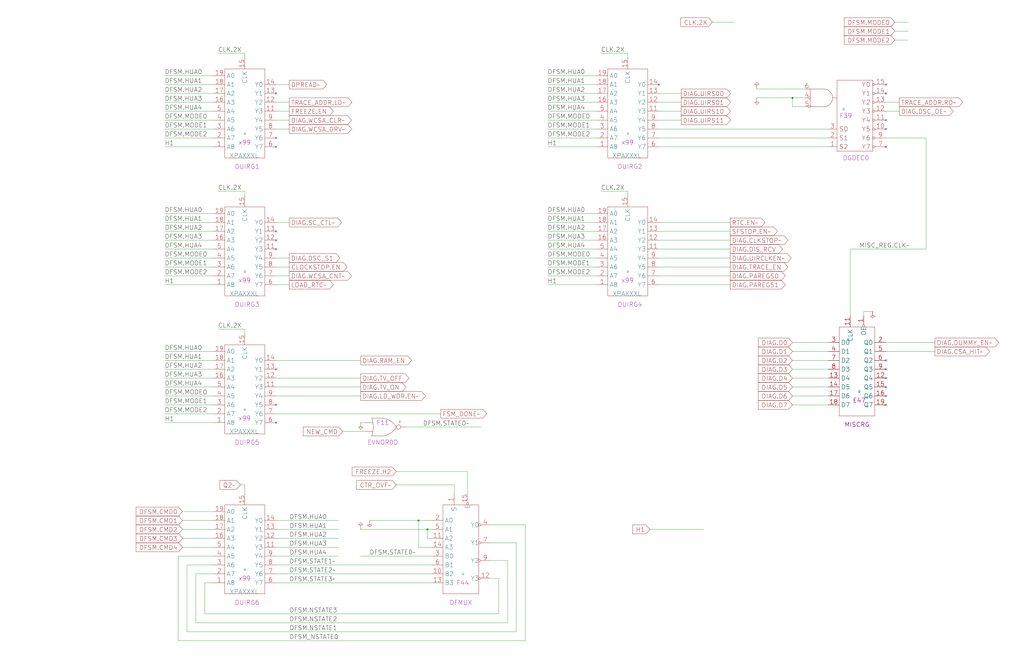
<source format=kicad_sch>
(kicad_sch (version 20220404) (generator eeschema)
  (paper "User" 584.2 378.46)
  (title_block (title "DIAGNOSTIC PROCESSOR\\nDFSM") (date "22-SEP-90") (rev "2.0") (comment 1 "IOC") (comment 2 "232-003061") (comment 3 "S400") (comment 4 "RELEASED"))
  (lib_symbols
    (symbol "r1000:F02" (pin_numbers hide) (pin_names hide)
      (property "Reference" "U" (at 12.16 0.635 0))
      (property "Value" "F02" (at -1.27 -4.445 0))
      (property "Location" "___" (at 2.54 0 0))
      (property "Name" "______" (at 2.54 -12.7 0))
      (symbol "F02_0_1"
        (arc (start -3.81 -7.62) (mid -2.9847 -2.54) (end -3.81 2.54) (stroke (width 0.1524)))
        (polyline (pts (xy -5.08 -5.08) (xy -3.175 -5.08)) (stroke (width 0.1524)))
        (polyline (pts (xy -5.08 0) (xy -3.175 0)) (stroke (width 0.1524)))
        (polyline (pts (xy -3.81 -7.62) (xy 2.54 -7.62)) (stroke (width 0.1524)))
        (polyline (pts (xy -3.81 2.54) (xy 2.54 2.54)) (stroke (width 0.1524)))
        (polyline (pts (xy 13.97 -2.54) (xy 12.7 -2.54)) (stroke (width 0.1524)))
        (arc (start 2.54 -7.62) (mid 6.9515 -5.9823) (end 10.16 -2.54) (stroke (width 0.1524)))
        (arc (start 10.16 -2.54) (mid 6.9478 0.8966) (end 2.54 2.54) (stroke (width 0.1524)))
        (circle (center 11.43 -2.54) (radius 1.27) (stroke (width 0.1524)))
      )
      (symbol "F02_0_2"
        (circle (center -3.81 -5.08) (radius 1.27) (stroke (width 0.1524)))
        (circle (center -3.81 0) (radius 1.27) (stroke (width 0.1524)))
        (polyline (pts (xy -2.54 -7.62) (xy 5.08 -7.62)) (stroke (width 0.1524)))
        (polyline (pts (xy -2.54 2.54) (xy -2.54 -7.62)) (stroke (width 0.1524)))
        (polyline (pts (xy -2.54 2.54) (xy 5.08 2.54)) (stroke (width 0.1524)))
        (polyline (pts (xy 11.43 -2.54) (xy 10.16 -2.54)) (stroke (width 0.1524)))
        (polyline (pts (xy 11.43 -2.54) (xy 12.7 -2.54)) (stroke (width 0.1524)))
        (arc (start 5.08 -7.62) (mid 10.1282 -2.54) (end 5.08 2.54) (stroke (width 0.1524)))
      )
      (symbol "F02_1_1"
        (pin input line (at -7.62 0 0) (length 2.54) (name "D0") (number "1"))
        (pin input line (at -7.62 -5.08 0) (length 2.54) (name "D1") (number "2"))
        (pin output line (at 15.24 -2.54 180) (length 1.27) (name "Q") (number "3"))
      )
      (symbol "F02_1_2"
        (pin input line (at -7.62 0 0) (length 2.54) (name "D0") (number "1"))
        (pin input line (at -7.62 -5.08 0) (length 2.54) (name "D1") (number "2"))
        (pin output line (at 15.24 -2.54 180) (length 2.54) (name "Q") (number "3"))
      )
    )
    (symbol "r1000:F138" (pin_names (offset 1.016) hide)
      (property "Reference" "U" (at 1.27 3.81 0))
      (property "Value" "F138" (at -1.27 10.16 0))
      (property "Location" "___" (at -1.27 0 0))
      (property "Name" "______" (at 8.255 -24.13 0))
      (symbol "F138_0_0"
        (arc (start -10.16 5.08) (mid -6.5679 6.5679) (end -5.08 10.16) (stroke (width 0.1524)))
        (arc (start -5.08 10.16) (mid -6.5679 13.7521) (end -10.16 15.24) (stroke (width 0.1524)))
        (polyline (pts (xy -17.78 5.08) (xy -10.16 5.08)) (stroke (width 0.1524)))
        (polyline (pts (xy -17.78 15.24) (xy -10.16 15.24)) (stroke (width 0.1524)))
      )
      (symbol "F138_0_1"
        (circle (center -18.415 5.08) (radius 0.635) (stroke (width 0.1524)))
        (circle (center -18.415 10.16) (radius 0.635) (stroke (width 0.1524)))
        (rectangle (start -2.54 20.32) (end 17.78 -20.32) (stroke (width 0.1524)))
        (polyline (pts (xy -19.05 15.24) (xy -17.78 15.24)) (stroke (width 0.1524)))
        (polyline (pts (xy -17.78 15.24) (xy -17.78 5.08)) (stroke (width 0.1524)))
        (polyline (pts (xy -2.54 10.16) (xy -5.08 10.16)) (stroke (width 0.1524)))
      )
      (symbol "F138_1_1"
        (circle (center 18.415 -17.78) (radius 0.635))
        (circle (center 18.415 -12.7) (radius 0.635))
        (circle (center 18.415 -7.62) (radius 0.635))
        (circle (center 18.415 -2.54) (radius 0.635))
        (circle (center 18.415 2.54) (radius 0.635))
        (circle (center 18.415 7.62) (radius 0.635))
        (circle (center 18.415 12.7) (radius 0.635))
        (circle (center 18.415 17.78) (radius 0.635))
        (text "0" (at 2.54 -7.62 0) (effects (font (size 2.54 2.54))))
        (text "0" (at 15.24 17.78 0) (effects (font (size 2.54 2.54))))
        (text "1" (at 2.54 -12.7 0) (effects (font (size 2.54 2.54))))
        (text "1" (at 15.24 12.7 0) (effects (font (size 2.54 2.54))))
        (text "2" (at 2.54 -17.78 0) (effects (font (size 2.54 2.54))))
        (text "2" (at 15.24 7.62 0) (effects (font (size 2.54 2.54))))
        (text "3" (at 15.24 2.54 0) (effects (font (size 2.54 2.54))))
        (text "4" (at 15.24 -2.54 0) (effects (font (size 2.54 2.54))))
        (text "5" (at 15.24 -7.62 0) (effects (font (size 2.54 2.54))))
        (text "6" (at 15.24 -12.7 0) (effects (font (size 2.54 2.54))))
        (text "7" (at 15.24 -17.78 0) (effects (font (size 2.54 2.54))))
        (text "S" (at 0 -17.78 0) (effects (font (size 2.54 2.54))))
        (text "S" (at 0 -12.7 0) (effects (font (size 2.54 2.54))))
        (text "S" (at 0 -7.62 0) (effects (font (size 2.54 2.54))))
        (text "Y" (at 12.7 -17.78 0) (effects (font (size 2.54 2.54))))
        (text "Y" (at 12.7 -12.7 0) (effects (font (size 2.54 2.54))))
        (text "Y" (at 12.7 -7.62 0) (effects (font (size 2.54 2.54))))
        (text "Y" (at 12.7 -2.54 0) (effects (font (size 2.54 2.54))))
        (text "Y" (at 12.7 2.54 0) (effects (font (size 2.54 2.54))))
        (text "Y" (at 12.7 7.62 0) (effects (font (size 2.54 2.54))))
        (text "Y" (at 12.7 12.7 0) (effects (font (size 2.54 2.54))))
        (text "Y" (at 12.7 17.78 0) (effects (font (size 2.54 2.54))))
        (pin input line (at -7.62 -17.78 0) (length 5.08) (name "S2") (number "1"))
        (pin output line (at 25.4 -7.62 180) (length 6.35) (name "Y5_") (number "10"))
        (pin output line (at 25.4 -2.54 180) (length 6.35) (name "Y4_") (number "11"))
        (pin output line (at 25.4 2.54 180) (length 6.35) (name "Y3_") (number "12"))
        (pin output line (at 25.4 7.62 180) (length 6.35) (name "Y2_") (number "13"))
        (pin output line (at 25.4 12.7 180) (length 6.35) (name "Y1_") (number "14"))
        (pin output line (at 25.4 17.78 180) (length 6.35) (name "Y0_") (number "15"))
        (pin input line (at -7.62 -12.7 0) (length 5.08) (name "S1") (number "2"))
        (pin input line (at -7.62 -7.62 0) (length 5.08) (name "S0") (number "3"))
        (pin input line (at -20.32 10.16 0) (length 1.27) (name "D1") (number "4"))
        (pin input line (at -20.32 5.08 0) (length 1.27) (name "D2") (number "5"))
        (pin input line (at -20.32 15.24 0) (length 1.27) (name "D0") (number "6"))
        (pin output line (at 25.4 -17.78 180) (length 6.35) (name "Y7_") (number "7"))
        (pin output line (at 25.4 -12.7 180) (length 6.35) (name "Y6_") (number "9"))
      )
    )
    (symbol "r1000:F158" (pin_names (offset 1.016))
      (property "Reference" "U" (at 2.54 5.08 0))
      (property "Value" "F158" (at -3.81 -5.08 0))
      (property "Location" "___" (at -1.27 0 0))
      (property "Name" "______" (at 1.27 -12.7 0))
      (symbol "F158_1_1"
        (rectangle (start -8.89 44.45) (end 11.43 -6.35))
        (circle (center 5.08 45.085) (radius 0.635))
        (circle (center 12.065 2.54) (radius 0.635))
        (circle (center 12.065 12.7) (radius 0.635))
        (circle (center 12.065 22.86) (radius 0.635))
        (circle (center 12.065 33.02) (radius 0.635))
        (pin input line (at -2.54 50.8 270) (length 6.35) (name "S") (number "1"))
        (pin input line (at -15.24 5.08 0) (length 6.35) (name "B2") (number "10"))
        (pin input line (at -15.24 25.4 0) (length 6.35) (name "A2") (number "11"))
        (pin output line (at 17.78 2.54 180) (length 5.08) (name "Y3") (number "12"))
        (pin input line (at -15.24 0 0) (length 6.35) (name "B3") (number "13"))
        (pin input line (at -15.24 20.32 0) (length 6.35) (name "A3") (number "14"))
        (pin input line (at 5.08 50.8 270) (length 5.08) (name "E") (number "15"))
        (pin input line (at -15.24 35.56 0) (length 6.35) (name "A0") (number "2"))
        (pin input line (at -15.24 15.24 0) (length 6.35) (name "B0") (number "3"))
        (pin output line (at 17.78 33.02 180) (length 5.08) (name "Y0") (number "4"))
        (pin input line (at -15.24 30.48 0) (length 6.35) (name "A1") (number "5"))
        (pin input line (at -15.24 10.16 0) (length 6.35) (name "B1") (number "6"))
        (pin output line (at 17.78 22.86 180) (length 5.08) (name "Y1") (number "7"))
        (pin output line (at 17.78 12.7 180) (length 5.08) (name "Y2") (number "9"))
      )
    )
    (symbol "r1000:F374" (pin_names (offset 1.016))
      (property "Reference" "U" (at 2.54 5.08 0))
      (property "Value" "F374" (at -3.81 -7.62 0))
      (property "Location" "___" (at -1.27 0 0))
      (property "Name" "______" (at 1.27 -15.24 0))
      (symbol "F374_1_1"
        (rectangle (start -8.89 41.91) (end 11.43 -8.89))
        (circle (center 5.08 42.545) (radius 0.635))
        (pin input line (at 5.08 48.26 270) (length 5.08) (name "OE") (number "1"))
        (pin input line (at -2.54 48.26 270) (length 6.35) (name "CLK") (number "11"))
        (pin tri_state line (at 17.78 12.7 180) (length 6.35) (name "Q4") (number "12"))
        (pin input line (at -15.24 12.7 0) (length 6.35) (name "D4") (number "13"))
        (pin input line (at -15.24 7.62 0) (length 6.35) (name "D5") (number "14"))
        (pin tri_state line (at 17.78 7.62 180) (length 6.35) (name "Q5") (number "15"))
        (pin tri_state line (at 17.78 2.54 180) (length 6.35) (name "Q6") (number "16"))
        (pin input line (at -15.24 2.54 0) (length 6.35) (name "D6") (number "17"))
        (pin input line (at -15.24 -2.54 0) (length 6.35) (name "D7") (number "18"))
        (pin tri_state line (at 17.78 -2.54 180) (length 6.35) (name "Q7") (number "19"))
        (pin tri_state line (at 17.78 33.02 180) (length 6.35) (name "Q0") (number "2"))
        (pin input line (at -15.24 33.02 0) (length 6.35) (name "D0") (number "3"))
        (pin input line (at -15.24 27.94 0) (length 6.35) (name "D1") (number "4"))
        (pin tri_state line (at 17.78 27.94 180) (length 6.35) (name "Q1") (number "5"))
        (pin tri_state line (at 17.78 22.86 180) (length 6.35) (name "Q2") (number "6"))
        (pin input line (at -15.24 22.86 0) (length 6.35) (name "D2") (number "7"))
        (pin input line (at -15.24 17.78 0) (length 6.35) (name "D3") (number "8"))
        (pin tri_state line (at 17.78 17.78 180) (length 6.35) (name "Q3") (number "9"))
      )
    )
    (symbol "r1000:PD" (power) (pin_numbers hide) (pin_names hide) (in_bom no)
      (symbol "PD_0_1"
        (polyline (pts (xy 0 -2.54) (xy 1.27 -2.54) (xy 0 -3.81) (xy -1.27 -2.54) (xy 0 -2.54)) (stroke (width 0.1524)))
      )
      (symbol "PD_1_1"
        (pin power_in line (at 0 0 270) (length 2.54) (name "PD") (number "1"))
      )
    )
    (symbol "r1000:PU" (power) (pin_numbers hide) (pin_names hide)
      (symbol "PU_0_1"
        (polyline (pts (xy 0 2.54) (xy -1.27 2.54) (xy 0 3.81) (xy 1.27 2.54) (xy 0 2.54)) (stroke (width 0.1524)))
      )
      (symbol "PU_1_1"
        (pin power_in line (at 0 0 90) (length 2.54) (name "PU") (number "1"))
      )
    )
    (symbol "r1000:XPAXXXL" (pin_names (offset 1.016))
      (property "Reference" "U" (at 2.54 5.08 0))
      (property "Value" "XPAXXXL" (at -6.35 -7.62 0))
      (property "Location" "___" (at -1.27 0 0))
      (property "Name" "______" (at 3.81 -15.24 0))
      (symbol "XPAXXXL_1_1"
        (rectangle (start -8.89 41.91) (end 13.97 -8.89))
        (pin input line (at -15.24 -2.54 0) (length 6.35) (name "A8") (number "1"))
        (pin output line (at 20.32 17.78 180) (length 6.35) (name "Y3") (number "11"))
        (pin output line (at 20.32 22.86 180) (length 6.35) (name "Y2") (number "12"))
        (pin output line (at 20.32 27.94 180) (length 6.35) (name "Y1") (number "13"))
        (pin output line (at 20.32 33.02 180) (length 6.35) (name "Y0") (number "14"))
        (pin input line (at 2.54 48.26 270) (length 6.35) (name "CLK") (number "15"))
        (pin input line (at -15.24 22.86 0) (length 6.35) (name "A3") (number "16"))
        (pin input line (at -15.24 27.94 0) (length 6.35) (name "A2") (number "17"))
        (pin input line (at -15.24 33.02 0) (length 6.35) (name "A1") (number "18"))
        (pin input line (at -15.24 38.1 0) (length 6.35) (name "A0") (number "19"))
        (pin input line (at -15.24 2.54 0) (length 6.35) (name "A7") (number "2"))
        (pin input line (at -15.24 7.62 0) (length 6.35) (name "A6") (number "3"))
        (pin input line (at -15.24 12.7 0) (length 6.35) (name "A5") (number "4"))
        (pin input line (at -15.24 17.78 0) (length 6.35) (name "A4") (number "5"))
        (pin output line (at 20.32 -2.54 180) (length 6.35) (name "Y7") (number "6"))
        (pin output line (at 20.32 2.54 180) (length 6.35) (name "Y6") (number "7"))
        (pin output line (at 20.32 7.62 180) (length 6.35) (name "Y5") (number "8"))
        (pin output line (at 20.32 12.7 180) (length 6.35) (name "Y4") (number "9"))
      )
    )
  )
  (junction (at 243.84 302.26))
  (junction (at 238.76 297.18))
  (junction (at 452.12 55.88))
  (no_connect (at 505.46 226.06))
  (no_connect (at 505.46 68.58))
  (no_connect (at 505.46 73.66))
  (no_connect (at 157.48 53.34))
  (no_connect (at 505.46 231.14))
  (no_connect (at 505.46 215.9))
  (no_connect (at 157.48 83.82))
  (no_connect (at 157.48 78.74))
  (no_connect (at 505.46 220.98))
  (no_connect (at 157.48 231.14))
  (no_connect (at 375.92 48.26))
  (no_connect (at 157.48 132.08))
  (no_connect (at 157.48 137.16))
  (no_connect (at 157.48 142.24))
  (no_connect (at 157.48 210.82))
  (no_connect (at 505.46 83.82))
  (no_connect (at 157.48 241.3))
  (no_connect (at 505.46 210.82))
  (no_connect (at 505.46 205.74))
  (no_connect (at 505.46 48.26))
  (no_connect (at 505.46 53.34))
  (wire (pts (xy 111.76 327.66) (xy 121.92 327.66)))
  (wire (pts (xy 93.98 58.42) (xy 121.92 58.42)))
  (wire (pts (xy 124.46 30.48) (xy 139.7 30.48)))
  (wire (pts (xy 375.92 63.5) (xy 388.62 63.5)))
  (wire (pts (xy 157.48 162.56) (xy 165.1 162.56)))
  (wire (pts (xy 93.98 83.82) (xy 121.92 83.82)))
  (wire (pts (xy 259.08 276.86) (xy 259.08 281.94)))
  (wire (pts (xy 312.42 142.24) (xy 340.36 142.24)))
  (wire (pts (xy 492.76 177.8) (xy 492.76 180.34)))
  (wire (pts (xy 452.12 220.98) (xy 472.44 220.98)))
  (wire (pts (xy 431.8 55.88) (xy 452.12 55.88)))
  (wire (pts (xy 243.84 307.34) (xy 243.84 302.26)))
  (wire (pts (xy 375.92 132.08) (xy 416.56 132.08)))
  (wire (pts (xy 157.48 220.98) (xy 205.74 220.98)))
  (wire (pts (xy 505.46 200.66) (xy 533.4 200.66)))
  (wire (pts (xy 510.54 22.86) (xy 518.16 22.86)))
  (wire (pts (xy 510.54 17.78) (xy 518.16 17.78)))
  (wire (pts (xy 375.92 152.4) (xy 416.56 152.4)))
  (wire (pts (xy 116.84 332.74) (xy 116.84 350.52)))
  (wire (pts (xy 505.46 78.74) (xy 528.32 78.74)))
  (wire (pts (xy 93.98 73.66) (xy 121.92 73.66)))
  (wire (pts (xy 231.14 243.84) (xy 274.32 243.84)))
  (wire (pts (xy 205.74 317.5) (xy 246.38 317.5)))
  (wire (pts (xy 246.38 307.34) (xy 243.84 307.34)))
  (wire (pts (xy 157.48 73.66) (xy 165.1 73.66)))
  (wire (pts (xy 284.48 330.2) (xy 279.4 330.2)))
  (wire (pts (xy 226.06 269.24) (xy 266.7 269.24)))
  (wire (pts (xy 299.72 299.72) (xy 299.72 365.76)))
  (wire (pts (xy 139.7 276.86) (xy 139.7 281.94)))
  (wire (pts (xy 157.48 322.58) (xy 246.38 322.58)))
  (wire (pts (xy 375.92 162.56) (xy 416.56 162.56)))
  (wire (pts (xy 157.48 215.9) (xy 205.74 215.9)))
  (wire (pts (xy 157.48 302.26) (xy 193.04 302.26)))
  (wire (pts (xy 157.48 332.74) (xy 246.38 332.74)))
  (wire (pts (xy 505.46 58.42) (xy 513.08 58.42)))
  (wire (pts (xy 358.14 30.48) (xy 358.14 33.02)))
  (wire (pts (xy 93.98 78.74) (xy 121.92 78.74)))
  (wire (pts (xy 124.46 187.96) (xy 139.7 187.96)))
  (wire (pts (xy 116.84 350.52) (xy 284.48 350.52)))
  (wire (pts (xy 157.48 312.42) (xy 193.04 312.42)))
  (wire (pts (xy 238.76 297.18) (xy 246.38 297.18)))
  (wire (pts (xy 375.92 58.42) (xy 388.62 58.42)))
  (wire (pts (xy 312.42 83.82) (xy 340.36 83.82)))
  (wire (pts (xy 342.9 30.48) (xy 358.14 30.48)))
  (wire (pts (xy 246.38 312.42) (xy 238.76 312.42)))
  (wire (pts (xy 312.42 121.92) (xy 340.36 121.92)))
  (wire (pts (xy 121.92 322.58) (xy 106.68 322.58)))
  (wire (pts (xy 93.98 63.5) (xy 121.92 63.5)))
  (wire (pts (xy 312.42 127) (xy 340.36 127)))
  (wire (pts (xy 101.6 365.76) (xy 299.72 365.76)))
  (wire (pts (xy 266.7 269.24) (xy 266.7 281.94)))
  (wire (pts (xy 375.92 83.82) (xy 472.44 83.82)))
  (wire (pts (xy 452.12 226.06) (xy 472.44 226.06)))
  (wire (pts (xy 157.48 307.34) (xy 193.04 307.34)))
  (wire (pts (xy 104.14 297.18) (xy 121.92 297.18)))
  (wire (pts (xy 93.98 53.34) (xy 121.92 53.34)))
  (wire (pts (xy 93.98 147.32) (xy 121.92 147.32)))
  (wire (pts (xy 93.98 48.26) (xy 121.92 48.26)))
  (wire (pts (xy 157.48 152.4) (xy 165.1 152.4)))
  (wire (pts (xy 485.14 142.24) (xy 485.14 180.34)))
  (wire (pts (xy 312.42 68.58) (xy 340.36 68.58)))
  (wire (pts (xy 375.92 157.48) (xy 416.56 157.48)))
  (wire (pts (xy 243.84 302.26) (xy 246.38 302.26)))
  (wire (pts (xy 358.14 109.22) (xy 358.14 111.76)))
  (wire (pts (xy 294.64 360.68) (xy 294.64 309.88)))
  (wire (pts (xy 452.12 60.96) (xy 452.12 55.88)))
  (wire (pts (xy 93.98 200.66) (xy 121.92 200.66)))
  (wire (pts (xy 312.42 137.16) (xy 340.36 137.16)))
  (wire (pts (xy 452.12 55.88) (xy 459.74 55.88)))
  (wire (pts (xy 93.98 121.92) (xy 121.92 121.92)))
  (wire (pts (xy 459.74 60.96) (xy 452.12 60.96)))
  (wire (pts (xy 93.98 226.06) (xy 121.92 226.06)))
  (wire (pts (xy 205.74 302.26) (xy 243.84 302.26)))
  (wire (pts (xy 93.98 231.14) (xy 121.92 231.14)))
  (wire (pts (xy 93.98 162.56) (xy 121.92 162.56)))
  (wire (pts (xy 452.12 231.14) (xy 472.44 231.14)))
  (wire (pts (xy 157.48 157.48) (xy 165.1 157.48)))
  (wire (pts (xy 238.76 312.42) (xy 238.76 297.18)))
  (wire (pts (xy 312.42 78.74) (xy 340.36 78.74)))
  (wire (pts (xy 312.42 152.4) (xy 340.36 152.4)))
  (wire (pts (xy 157.48 297.18) (xy 193.04 297.18)))
  (wire (pts (xy 375.92 127) (xy 416.56 127)))
  (wire (pts (xy 139.7 109.22) (xy 139.7 111.76)))
  (wire (pts (xy 104.14 292.1) (xy 121.92 292.1)))
  (wire (pts (xy 93.98 127) (xy 121.92 127)))
  (wire (pts (xy 312.42 63.5) (xy 340.36 63.5)))
  (wire (pts (xy 312.42 132.08) (xy 340.36 132.08)))
  (wire (pts (xy 510.54 12.7) (xy 518.16 12.7)))
  (wire (pts (xy 157.48 68.58) (xy 165.1 68.58)))
  (wire (pts (xy 375.92 73.66) (xy 472.44 73.66)))
  (wire (pts (xy 452.12 200.66) (xy 472.44 200.66)))
  (wire (pts (xy 93.98 43.18) (xy 121.92 43.18)))
  (wire (pts (xy 312.42 58.42) (xy 340.36 58.42)))
  (wire (pts (xy 505.46 195.58) (xy 533.4 195.58)))
  (wire (pts (xy 279.4 299.72) (xy 299.72 299.72)))
  (wire (pts (xy 312.42 157.48) (xy 340.36 157.48)))
  (wire (pts (xy 104.14 312.42) (xy 121.92 312.42)))
  (wire (pts (xy 195.58 246.38) (xy 208.28 246.38)))
  (wire (pts (xy 157.48 147.32) (xy 165.1 147.32)))
  (wire (pts (xy 101.6 317.5) (xy 121.92 317.5)))
  (wire (pts (xy 375.92 142.24) (xy 416.56 142.24)))
  (wire (pts (xy 431.8 50.8) (xy 459.74 50.8)))
  (wire (pts (xy 375.92 147.32) (xy 416.56 147.32)))
  (wire (pts (xy 452.12 215.9) (xy 472.44 215.9)))
  (wire (pts (xy 104.14 302.26) (xy 121.92 302.26)))
  (wire (pts (xy 93.98 152.4) (xy 121.92 152.4)))
  (wire (pts (xy 157.48 327.66) (xy 246.38 327.66)))
  (wire (pts (xy 106.68 322.58) (xy 106.68 360.68)))
  (wire (pts (xy 210.82 297.18) (xy 238.76 297.18)))
  (wire (pts (xy 226.06 276.86) (xy 259.08 276.86)))
  (wire (pts (xy 157.48 63.5) (xy 165.1 63.5)))
  (wire (pts (xy 312.42 162.56) (xy 340.36 162.56)))
  (wire (pts (xy 312.42 43.18) (xy 340.36 43.18)))
  (wire (pts (xy 528.32 142.24) (xy 485.14 142.24)))
  (wire (pts (xy 284.48 350.52) (xy 284.48 330.2)))
  (wire (pts (xy 104.14 307.34) (xy 121.92 307.34)))
  (wire (pts (xy 93.98 210.82) (xy 121.92 210.82)))
  (wire (pts (xy 111.76 355.6) (xy 289.56 355.6)))
  (wire (pts (xy 93.98 236.22) (xy 121.92 236.22)))
  (wire (pts (xy 139.7 30.48) (xy 139.7 33.02)))
  (wire (pts (xy 205.74 241.3) (xy 208.28 241.3)))
  (wire (pts (xy 137.16 276.86) (xy 139.7 276.86)))
  (wire (pts (xy 505.46 63.5) (xy 513.08 63.5)))
  (wire (pts (xy 121.92 332.74) (xy 116.84 332.74)))
  (wire (pts (xy 528.32 78.74) (xy 528.32 142.24)))
  (wire (pts (xy 375.92 137.16) (xy 416.56 137.16)))
  (wire (pts (xy 124.46 109.22) (xy 139.7 109.22)))
  (wire (pts (xy 93.98 137.16) (xy 121.92 137.16)))
  (wire (pts (xy 101.6 365.76) (xy 101.6 317.5)))
  (wire (pts (xy 93.98 220.98) (xy 121.92 220.98)))
  (wire (pts (xy 452.12 205.74) (xy 472.44 205.74)))
  (wire (pts (xy 289.56 320.04) (xy 289.56 355.6)))
  (wire (pts (xy 157.48 58.42) (xy 165.1 58.42)))
  (wire (pts (xy 139.7 187.96) (xy 139.7 190.5)))
  (wire (pts (xy 375.92 53.34) (xy 388.62 53.34)))
  (wire (pts (xy 157.48 48.26) (xy 165.1 48.26)))
  (wire (pts (xy 157.48 205.74) (xy 205.74 205.74)))
  (wire (pts (xy 406.4 12.7) (xy 419.1 12.7)))
  (wire (pts (xy 279.4 320.04) (xy 289.56 320.04)))
  (wire (pts (xy 370.84 302.26) (xy 401.32 302.26)))
  (wire (pts (xy 93.98 215.9) (xy 121.92 215.9)))
  (wire (pts (xy 106.68 360.68) (xy 294.64 360.68)))
  (wire (pts (xy 497.84 177.8) (xy 492.76 177.8)))
  (wire (pts (xy 294.64 309.88) (xy 279.4 309.88)))
  (wire (pts (xy 312.42 73.66) (xy 340.36 73.66)))
  (wire (pts (xy 342.9 109.22) (xy 358.14 109.22)))
  (wire (pts (xy 157.48 127) (xy 165.1 127)))
  (wire (pts (xy 93.98 132.08) (xy 121.92 132.08)))
  (wire (pts (xy 312.42 147.32) (xy 340.36 147.32)))
  (wire (pts (xy 93.98 157.48) (xy 121.92 157.48)))
  (wire (pts (xy 312.42 48.26) (xy 340.36 48.26)))
  (wire (pts (xy 93.98 205.74) (xy 121.92 205.74)))
  (wire (pts (xy 157.48 236.22) (xy 251.46 236.22)))
  (wire (pts (xy 93.98 241.3) (xy 121.92 241.3)))
  (wire (pts (xy 312.42 53.34) (xy 340.36 53.34)))
  (wire (pts (xy 111.76 355.6) (xy 111.76 327.66)))
  (wire (pts (xy 157.48 226.06) (xy 205.74 226.06)))
  (wire (pts (xy 452.12 195.58) (xy 472.44 195.58)))
  (wire (pts (xy 375.92 78.74) (xy 472.44 78.74)))
  (wire (pts (xy 452.12 210.82) (xy 472.44 210.82)))
  (wire (pts (xy 93.98 68.58) (xy 121.92 68.58)))
  (wire (pts (xy 375.92 68.58) (xy 388.62 68.58)))
  (wire (pts (xy 157.48 317.5) (xy 193.04 317.5)))
  (wire (pts (xy 93.98 142.24) (xy 121.92 142.24)))
  (label "DFSM.HUA4" (at 93.98 142.24 0) (effects (font (size 2.54 2.54))))
  (label "DFSM.MODE1" (at 93.98 152.4 0) (effects (font (size 2.54 2.54))))
  (label "MISC_REG.CLK~" (at 490.22 142.24 0) (effects (font (size 2.54 2.54))))
  (label "DFSM.HUA3" (at 93.98 137.16 0) (effects (font (size 2.54 2.54))))
  (label "DFSM.MODE0" (at 93.98 226.06 0) (effects (font (size 2.54 2.54))))
  (label "DFSM_NSTATE0" (at 165.1 365.76 0) (effects (font (size 2.54 2.54))))
  (label "DFSM.HUA0" (at 93.98 43.18 0) (effects (font (size 2.54 2.54))))
  (label "DFSM.HUA1" (at 93.98 127 0) (effects (font (size 2.54 2.54))))
  (label "H1" (at 93.98 83.82 0) (effects (font (size 2.54 2.54))))
  (label "DFSM.HUA0" (at 93.98 121.92 0) (effects (font (size 2.54 2.54))))
  (label "DFSM.NSTATE2" (at 165.1 355.6 0) (effects (font (size 2.54 2.54))))
  (label "CLK.2X" (at 124.46 187.96 0) (effects (font (size 2.54 2.54))))
  (label "DFSM.MODE2" (at 312.42 78.74 0) (effects (font (size 2.54 2.54))))
  (label "DFSM.NSTATE1" (at 165.1 360.68 0) (effects (font (size 2.54 2.54))))
  (label "DFSM.HUA2" (at 312.42 53.34 0) (effects (font (size 2.54 2.54))))
  (label "H1" (at 93.98 241.3 0) (effects (font (size 2.54 2.54))))
  (label "DFSM.HUA3" (at 312.42 58.42 0) (effects (font (size 2.54 2.54))))
  (label "DFSM.HUA2" (at 93.98 210.82 0) (effects (font (size 2.54 2.54))))
  (label "H1" (at 93.98 162.56 0) (effects (font (size 2.54 2.54))))
  (label "CLK.2X" (at 124.46 30.48 0) (effects (font (size 2.54 2.54))))
  (label "DFSM.HUA2" (at 312.42 132.08 0) (effects (font (size 2.54 2.54))))
  (label "DFSM.MODE0" (at 312.42 68.58 0) (effects (font (size 2.54 2.54))))
  (label "DFSM.MODE2" (at 93.98 236.22 0) (effects (font (size 2.54 2.54))))
  (label "DFSM.MODE0" (at 93.98 68.58 0) (effects (font (size 2.54 2.54))))
  (label "H1" (at 312.42 83.82 0) (effects (font (size 2.54 2.54))))
  (label "DFSM.HUA0" (at 312.42 43.18 0) (effects (font (size 2.54 2.54))))
  (label "DFSM.HUA3" (at 93.98 58.42 0) (effects (font (size 2.54 2.54))))
  (label "DFSM.HUA2" (at 93.98 53.34 0) (effects (font (size 2.54 2.54))))
  (label "DFSM.MODE1" (at 93.98 73.66 0) (effects (font (size 2.54 2.54))))
  (label "DFSM.HUA4" (at 312.42 63.5 0) (effects (font (size 2.54 2.54))))
  (label "CLK.2X" (at 124.46 109.22 0) (effects (font (size 2.54 2.54))))
  (label "DFSM.HUA4" (at 93.98 220.98 0) (effects (font (size 2.54 2.54))))
  (label "DFSM.MODE1" (at 93.98 231.14 0) (effects (font (size 2.54 2.54))))
  (label "H1" (at 312.42 162.56 0) (effects (font (size 2.54 2.54))))
  (label "DFSM.MODE0" (at 93.98 147.32 0) (effects (font (size 2.54 2.54))))
  (label "DFSM.HUA3" (at 93.98 215.9 0) (effects (font (size 2.54 2.54))))
  (label "DFSM.STATE0~" (at 210.82 317.5 0) (effects (font (size 2.54 2.54))))
  (label "DFSM.STATE1~" (at 165.1 322.58 0) (effects (font (size 2.54 2.54))))
  (label "DFSM.MODE2" (at 312.42 157.48 0) (effects (font (size 2.54 2.54))))
  (label "DFSM.HUA2" (at 165.1 307.34 0) (effects (font (size 2.54 2.54))))
  (label "DFSM.HUA1" (at 165.1 302.26 0) (effects (font (size 2.54 2.54))))
  (label "DFSM.STATE0~" (at 241.3 243.84 0) (effects (font (size 2.54 2.54))))
  (label "DFSM.HUA1" (at 93.98 48.26 0) (effects (font (size 2.54 2.54))))
  (label "DFSM.HUA3" (at 165.1 312.42 0) (effects (font (size 2.54 2.54))))
  (label "DFSM.HUA0" (at 165.1 297.18 0) (effects (font (size 2.54 2.54))))
  (label "DFSM.HUA0" (at 312.42 121.92 0) (effects (font (size 2.54 2.54))))
  (label "DFSM.HUA0" (at 93.98 200.66 0) (effects (font (size 2.54 2.54))))
  (label "DFSM.HUA1" (at 93.98 205.74 0) (effects (font (size 2.54 2.54))))
  (label "DFSM.STATE3~" (at 165.1 332.74 0) (effects (font (size 2.54 2.54))))
  (label "DFSM.MODE0" (at 312.42 147.32 0) (effects (font (size 2.54 2.54))))
  (label "DFSM.HUA3" (at 312.42 137.16 0) (effects (font (size 2.54 2.54))))
  (label "DFSM.HUA4" (at 93.98 63.5 0) (effects (font (size 2.54 2.54))))
  (label "DFSM.MODE1" (at 312.42 73.66 0) (effects (font (size 2.54 2.54))))
  (label "CLK.2X" (at 342.9 30.48 0) (effects (font (size 2.54 2.54))))
  (label "DFSM.HUA1" (at 312.42 48.26 0) (effects (font (size 2.54 2.54))))
  (label "DFSM.NSTATE3" (at 165.1 350.52 0) (effects (font (size 2.54 2.54))))
  (label "DFSM.HUA4" (at 312.42 142.24 0) (effects (font (size 2.54 2.54))))
  (label "CLK.2X" (at 342.9 109.22 0) (effects (font (size 2.54 2.54))))
  (label "DFSM.MODE2" (at 93.98 157.48 0) (effects (font (size 2.54 2.54))))
  (label "DFSM.MODE1" (at 312.42 152.4 0) (effects (font (size 2.54 2.54))))
  (label "DFSM.STATE2~" (at 165.1 327.66 0) (effects (font (size 2.54 2.54))))
  (label "DFSM.HUA4" (at 165.1 317.5 0) (effects (font (size 2.54 2.54))))
  (label "DFSM.HUA2" (at 93.98 132.08 0) (effects (font (size 2.54 2.54))))
  (label "DFSM.HUA1" (at 312.42 127 0) (effects (font (size 2.54 2.54))))
  (label "DFSM.MODE2" (at 93.98 78.74 0) (effects (font (size 2.54 2.54))))
  (global_label "CLK.2X" (shape input) (at 406.4 12.7 180) (effects (font (size 2.54 2.54))) (property "Intersheet References" "${INTERSHEET_REFS}" (at 382.2216 12.5413 0) (effects (font (size 1.905 1.905)) (justify right))))
  (global_label "DIAG.TRACE_EN" (shape output) (at 416.56 152.4 0) (effects (font (size 2.54 2.54))) (property "Intersheet References" "${INTERSHEET_REFS}" (at 449.447 152.2413 0) (effects (font (size 1.905 1.905)) (justify left))))
  (global_label "DIAG.D5" (shape input) (at 452.12 220.98 180) (effects (font (size 2.54 2.54))) (property "Intersheet References" "${INTERSHEET_REFS}" (at 432.6588 220.8213 0) (effects (font (size 1.905 1.905)) (justify right))))
  (global_label "LOAD_RTC~" (shape output) (at 165.1 162.56 0) (effects (font (size 2.54 2.54))) (property "Intersheet References" "${INTERSHEET_REFS}" (at 190.125 162.4013 0) (effects (font (size 1.905 1.905)) (justify left))))
  (global_label "H1" (shape input) (at 370.84 302.26 180) (effects (font (size 2.54 2.54))) (property "Intersheet References" "${INTERSHEET_REFS}" (at 358.6359 302.1013 0) (effects (font (size 1.905 1.905)) (justify right))))
  (global_label "DFSM.CMD1" (shape input) (at 104.14 297.18 180) (effects (font (size 2.54 2.54))) (property "Intersheet References" "${INTERSHEET_REFS}" (at 77.6635 297.0213 0) (effects (font (size 1.905 1.905)) (justify right))))
  (global_label "CLOCKSTOP.EN" (shape output) (at 165.1 152.4 0) (effects (font (size 2.54 2.54))) (property "Intersheet References" "${INTERSHEET_REFS}" (at 197.987 152.2413 0) (effects (font (size 1.905 1.905)) (justify left))))
  (global_label "DIAG.D1" (shape input) (at 452.12 200.66 180) (effects (font (size 2.54 2.54))) (property "Intersheet References" "${INTERSHEET_REFS}" (at 432.6588 200.5013 0) (effects (font (size 1.905 1.905)) (justify right))))
  (global_label "DIAG.D0" (shape input) (at 452.12 195.58 180) (effects (font (size 2.54 2.54))) (property "Intersheet References" "${INTERSHEET_REFS}" (at 432.6588 195.4213 0) (effects (font (size 1.905 1.905)) (justify right))))
  (global_label "DFSM.MODE1" (shape input) (at 510.54 17.78 180) (effects (font (size 2.54 2.54))) (property "Intersheet References" "${INTERSHEET_REFS}" (at 481.6445 17.6213 0) (effects (font (size 1.905 1.905)) (justify right))))
  (global_label "DIAG.UIRS11" (shape output) (at 388.62 68.58 0) (effects (font (size 2.54 2.54))) (property "Intersheet References" "${INTERSHEET_REFS}" (at 416.7898 68.4213 0) (effects (font (size 1.905 1.905)) (justify left))))
  (global_label "DIAG.WCSA_DRV~" (shape output) (at 165.1 73.66 0) (effects (font (size 2.54 2.54))) (property "Intersheet References" "${INTERSHEET_REFS}" (at 200.6479 73.5013 0) (effects (font (size 1.905 1.905)) (justify left))))
  (global_label "DIAG.CLKSTOP~" (shape output) (at 416.56 137.16 0) (effects (font (size 2.54 2.54))) (property "Intersheet References" "${INTERSHEET_REFS}" (at 449.5679 137.0013 0) (effects (font (size 1.905 1.905)) (justify left))))
  (global_label "SFSTOP.EN~" (shape output) (at 416.56 132.08 0) (effects (font (size 2.54 2.54))) (property "Intersheet References" "${INTERSHEET_REFS}" (at 443.5203 131.9213 0) (effects (font (size 1.905 1.905)) (justify left))))
  (global_label "DIAG.DSC_OE~" (shape output) (at 513.08 63.5 0) (effects (font (size 2.54 2.54))) (property "Intersheet References" "${INTERSHEET_REFS}" (at 543.7898 63.3413 0) (effects (font (size 1.905 1.905)) (justify left))))
  (global_label "DFSM.MODE0" (shape input) (at 510.54 12.7 180) (effects (font (size 2.54 2.54))) (property "Intersheet References" "${INTERSHEET_REFS}" (at 481.6445 12.5413 0) (effects (font (size 1.905 1.905)) (justify right))))
  (global_label "Q2~" (shape input) (at 137.16 276.86 180) (effects (font (size 2.54 2.54))) (property "Intersheet References" "${INTERSHEET_REFS}" (at 119.2711 276.7013 0) (effects (font (size 1.905 1.905)) (justify right))))
  (global_label "CTR_OVF~" (shape input) (at 226.06 276.86 180) (effects (font (size 2.54 2.54))) (property "Intersheet References" "${INTERSHEET_REFS}" (at 203.454 276.7013 0) (effects (font (size 1.905 1.905)) (justify right))))
  (global_label "DIAG.D6" (shape input) (at 452.12 226.06 180) (effects (font (size 2.54 2.54))) (property "Intersheet References" "${INTERSHEET_REFS}" (at 432.6588 225.9013 0) (effects (font (size 1.905 1.905)) (justify right))))
  (global_label "DIAG.TV_ON" (shape output) (at 205.74 220.98 0) (effects (font (size 2.54 2.54))) (property "Intersheet References" "${INTERSHEET_REFS}" (at 231.6117 220.8213 0) (effects (font (size 1.905 1.905)) (justify left))))
  (global_label "DIAG.DIS_RCV" (shape output) (at 416.56 142.24 0) (effects (font (size 2.54 2.54))) (property "Intersheet References" "${INTERSHEET_REFS}" (at 446.4231 142.0813 0) (effects (font (size 1.905 1.905)) (justify left))))
  (global_label "DIAG.LD_WDR.EN~" (shape output) (at 205.74 226.06 0) (effects (font (size 2.54 2.54))) (property "Intersheet References" "${INTERSHEET_REFS}" (at 242.7393 225.9013 0) (effects (font (size 1.905 1.905)) (justify left))))
  (global_label "FREEZE.EN" (shape output) (at 165.1 63.5 0) (effects (font (size 2.54 2.54))) (property "Intersheet References" "${INTERSHEET_REFS}" (at 190.125 63.3413 0) (effects (font (size 1.905 1.905)) (justify left))))
  (global_label "DIAG.D7" (shape input) (at 452.12 231.14 180) (effects (font (size 2.54 2.54))) (property "Intersheet References" "${INTERSHEET_REFS}" (at 432.6588 230.9813 0) (effects (font (size 1.905 1.905)) (justify right))))
  (global_label "DIAG.WCSA_CLR~" (shape output) (at 165.1 68.58 0) (effects (font (size 2.54 2.54))) (property "Intersheet References" "${INTERSHEET_REFS}" (at 200.527 68.4213 0) (effects (font (size 1.905 1.905)) (justify left))))
  (global_label "RTC.EN~" (shape output) (at 416.56 127 0) (effects (font (size 2.54 2.54))) (property "Intersheet References" "${INTERSHEET_REFS}" (at 436.3841 126.8413 0) (effects (font (size 1.905 1.905)) (justify left))))
  (global_label "FSM_DONE~" (shape output) (at 251.46 236.22 0) (effects (font (size 2.54 2.54))) (property "Intersheet References" "${INTERSHEET_REFS}" (at 277.6946 236.0613 0) (effects (font (size 1.905 1.905)) (justify left))))
  (global_label "DIAG.RAM_EN" (shape output) (at 205.74 205.74 0) (effects (font (size 2.54 2.54))) (property "Intersheet References" "${INTERSHEET_REFS}" (at 234.7565 205.5813 0) (effects (font (size 1.905 1.905)) (justify left))))
  (global_label "DIAG.UIRS00" (shape output) (at 388.62 53.34 0) (effects (font (size 2.54 2.54))) (property "Intersheet References" "${INTERSHEET_REFS}" (at 416.7898 53.1813 0) (effects (font (size 1.905 1.905)) (justify left))))
  (global_label "TRACE_ADDR.LD~" (shape output) (at 165.1 58.42 0) (effects (font (size 2.54 2.54))) (property "Intersheet References" "${INTERSHEET_REFS}" (at 200.7689 58.2613 0) (effects (font (size 1.905 1.905)) (justify left))))
  (global_label "DIAG.CSA_HIT~" (shape output) (at 533.4 200.66 0) (effects (font (size 2.54 2.54))) (property "Intersheet References" "${INTERSHEET_REFS}" (at 564.5936 200.5013 0) (effects (font (size 1.905 1.905)) (justify left))))
  (global_label "DFSM.CMD4" (shape input) (at 104.14 312.42 180) (effects (font (size 2.54 2.54))) (property "Intersheet References" "${INTERSHEET_REFS}" (at 77.6635 312.2613 0) (effects (font (size 1.905 1.905)) (justify right))))
  (global_label "DFSM.CMD2" (shape input) (at 104.14 302.26 180) (effects (font (size 2.54 2.54))) (property "Intersheet References" "${INTERSHEET_REFS}" (at 77.6635 302.1013 0) (effects (font (size 1.905 1.905)) (justify right))))
  (global_label "NEW_CMD" (shape input) (at 195.58 246.38 180) (effects (font (size 2.54 2.54))) (property "Intersheet References" "${INTERSHEET_REFS}" (at 172.974 246.2213 0) (effects (font (size 1.905 1.905)) (justify right))))
  (global_label "DIAG.D2" (shape input) (at 452.12 205.74 180) (effects (font (size 2.54 2.54))) (property "Intersheet References" "${INTERSHEET_REFS}" (at 432.6588 205.5813 0) (effects (font (size 1.905 1.905)) (justify right))))
  (global_label "DIAG.PAREGS0" (shape output) (at 416.56 157.48 0) (effects (font (size 2.54 2.54))) (property "Intersheet References" "${INTERSHEET_REFS}" (at 447.9955 157.3213 0) (effects (font (size 1.905 1.905)) (justify left))))
  (global_label "DFSM.CMD3" (shape input) (at 104.14 307.34 180) (effects (font (size 2.54 2.54))) (property "Intersheet References" "${INTERSHEET_REFS}" (at 77.6635 307.1813 0) (effects (font (size 1.905 1.905)) (justify right))))
  (global_label "DFSM.CMD0" (shape input) (at 104.14 292.1 180) (effects (font (size 2.54 2.54))) (property "Intersheet References" "${INTERSHEET_REFS}" (at 77.6635 291.9413 0) (effects (font (size 1.905 1.905)) (justify right))))
  (global_label "DIAG.DUMMY_EN~" (shape output) (at 533.4 195.58 0) (effects (font (size 2.54 2.54))) (property "Intersheet References" "${INTERSHEET_REFS}" (at 569.7946 195.4213 0) (effects (font (size 1.905 1.905)) (justify left))))
  (global_label "DIAG.TV_OFF" (shape output) (at 205.74 215.9 0) (effects (font (size 2.54 2.54))) (property "Intersheet References" "${INTERSHEET_REFS}" (at 233.305 215.7413 0) (effects (font (size 1.905 1.905)) (justify left))))
  (global_label "DIAG.WCSA_CNT~" (shape output) (at 165.1 157.48 0) (effects (font (size 2.54 2.54))) (property "Intersheet References" "${INTERSHEET_REFS}" (at 200.527 157.3213 0) (effects (font (size 1.905 1.905)) (justify left))))
  (global_label "DIAG.D4" (shape input) (at 452.12 215.9 180) (effects (font (size 2.54 2.54))) (property "Intersheet References" "${INTERSHEET_REFS}" (at 432.6588 215.7413 0) (effects (font (size 1.905 1.905)) (justify right))))
  (global_label "DIAG.DSC_S1" (shape output) (at 165.1 147.32 0) (effects (font (size 2.54 2.54))) (property "Intersheet References" "${INTERSHEET_REFS}" (at 193.8746 147.1613 0) (effects (font (size 1.905 1.905)) (justify left))))
  (global_label "FREEZE.H2" (shape input) (at 226.06 269.24 180) (effects (font (size 2.54 2.54))) (property "Intersheet References" "${INTERSHEET_REFS}" (at 200.914 269.0813 0) (effects (font (size 1.905 1.905)) (justify right))))
  (global_label "TRACE_ADDR.RD~" (shape output) (at 513.08 58.42 0) (effects (font (size 2.54 2.54))) (property "Intersheet References" "${INTERSHEET_REFS}" (at 549.2327 58.2613 0) (effects (font (size 1.905 1.905)) (justify left))))
  (global_label "DIAG.UIRS01" (shape output) (at 388.62 58.42 0) (effects (font (size 2.54 2.54))) (property "Intersheet References" "${INTERSHEET_REFS}" (at 416.7898 58.2613 0) (effects (font (size 1.905 1.905)) (justify left))))
  (global_label "DIAG.SC_CTL~" (shape output) (at 165.1 127 0) (effects (font (size 2.54 2.54))) (property "Intersheet References" "${INTERSHEET_REFS}" (at 194.8422 126.8413 0) (effects (font (size 1.905 1.905)) (justify left))))
  (global_label "DIAG.UIRS10" (shape output) (at 388.62 63.5 0) (effects (font (size 2.54 2.54))) (property "Intersheet References" "${INTERSHEET_REFS}" (at 416.7898 63.3413 0) (effects (font (size 1.905 1.905)) (justify left))))
  (global_label "DPREAD~" (shape output) (at 165.1 48.26 0) (effects (font (size 2.54 2.54))) (property "Intersheet References" "${INTERSHEET_REFS}" (at 186.3755 48.1013 0) (effects (font (size 1.905 1.905)) (justify left))))
  (global_label "DIAG.UIRCLKEN~" (shape output) (at 416.56 147.32 0) (effects (font (size 2.54 2.54))) (property "Intersheet References" "${INTERSHEET_REFS}" (at 451.3822 147.1613 0) (effects (font (size 1.905 1.905)) (justify left))))
  (global_label "DIAG.PAREGS1" (shape output) (at 416.56 162.56 0) (effects (font (size 2.54 2.54))) (property "Intersheet References" "${INTERSHEET_REFS}" (at 447.9955 162.4013 0) (effects (font (size 1.905 1.905)) (justify left))))
  (global_label "DIAG.D3" (shape input) (at 452.12 210.82 180) (effects (font (size 2.54 2.54))) (property "Intersheet References" "${INTERSHEET_REFS}" (at 432.6588 210.6613 0) (effects (font (size 1.905 1.905)) (justify right))))
  (global_label "DFSM.MODE2" (shape input) (at 510.54 22.86 180) (effects (font (size 2.54 2.54))) (property "Intersheet References" "${INTERSHEET_REFS}" (at 481.6445 22.7013 0) (effects (font (size 1.905 1.905)) (justify right))))
  (symbol (lib_id "r1000:F138") (at 480.06 66.04 0) (unit 1)
    (default_instance (reference "U") (unit 1) (value "") (footprint ""))
    (property "Reference" "U" (at 481.33 62.23 0))
    (property "Location" "F39" (at 478.79 66.04 0) (effects (font (size 2.54 2.54)) (justify left)))
    (property "Name" "DGDEC0" (at 488.315 90.17 0) (effects (font (size 2.54 2.54))))
  )
  (symbol (lib_id "r1000:XPAXXXL") (at 355.6 81.28 0) (unit 1)
    (default_instance (reference "U") (unit 1) (value "XPAXXXL") (footprint ""))
    (property "Reference" "U" (at 358.14 76.2 0))
    (property "Value" "XPAXXXL" (at 349.25 88.9 0) (effects (font (size 2.54 2.54)) (justify left)))
    (property "Location" "x99" (at 354.33 81.28 0) (effects (font (size 2.54 2.54)) (justify left)))
    (property "Name" "DUIRG2" (at 359.41 96.52 0) (effects (font (size 2.54 2.54)) (justify bottom)))
  )
  (symbol (lib_id "r1000:PU") (at 205.74 302.26 0) (unit 1)
    (default_instance (reference "U") (unit 1) (value "") (footprint ""))
    (property "Reference" "U" (effects hide))
  )
  (symbol (lib_id "r1000:F374") (at 487.68 228.6 0) (unit 1)
    (default_instance (reference "U") (unit 1) (value "") (footprint ""))
    (property "Reference" "U" (at 490.22 223.52 0))
    (property "Location" "E47" (at 486.41 228.6 0) (effects (font (size 2.54 2.54)) (justify left)))
    (property "Name" "MISCRG" (at 488.95 243.84 0) (effects (font (size 2.54 2.54)) (justify bottom)))
  )
  (symbol (lib_id "r1000:PD") (at 431.8 55.88 0) (unit 1) (in_bom no)
    (default_instance (reference "U") (unit 1) (value "") (footprint ""))
    (property "Reference" "U" (effects hide))
  )
  (symbol (lib_id "r1000:XPAXXXL") (at 137.16 330.2 0) (unit 1)
    (default_instance (reference "U") (unit 1) (value "XPAXXXL") (footprint ""))
    (property "Reference" "U" (at 139.7 325.12 0))
    (property "Value" "XPAXXXL" (at 130.81 337.82 0) (effects (font (size 2.54 2.54)) (justify left)))
    (property "Location" "x99" (at 135.89 330.2 0) (effects (font (size 2.54 2.54)) (justify left)))
    (property "Name" "DUIRG6" (at 140.97 345.44 0) (effects (font (size 2.54 2.54)) (justify bottom)))
  )
  (symbol (lib_id "r1000:F158") (at 261.62 332.74 0) (unit 1)
    (default_instance (reference "U") (unit 1) (value "") (footprint ""))
    (property "Reference" "U" (at 264.16 327.66 0))
    (property "Location" "F44" (at 260.35 332.74 0) (effects (font (size 2.54 2.54)) (justify left)))
    (property "Name" "DFMUX" (at 262.89 345.44 0) (effects (font (size 2.54 2.54)) (justify bottom)))
  )
  (symbol (lib_id "r1000:XPAXXXL") (at 137.16 238.76 0) (unit 1)
    (default_instance (reference "U") (unit 1) (value "XPAXXXL") (footprint ""))
    (property "Reference" "U" (at 139.7 233.68 0))
    (property "Value" "XPAXXXL" (at 130.81 246.38 0) (effects (font (size 2.54 2.54)) (justify left)))
    (property "Location" "x99" (at 135.89 238.76 0) (effects (font (size 2.54 2.54)) (justify left)))
    (property "Name" "DUIRG5" (at 140.97 254 0) (effects (font (size 2.54 2.54)) (justify bottom)))
  )
  (symbol (lib_id "r1000:PD") (at 210.82 297.18 0) (unit 1) (in_bom no)
    (default_instance (reference "U") (unit 1) (value "") (footprint ""))
    (property "Reference" "U" (effects hide))
  )
  (symbol (lib_id "r1000:F02") (at 215.9 241.3 0) (unit 1)
    (default_instance (reference "U") (unit 1) (value "") (footprint ""))
    (property "Reference" "U" (at 228.06 240.665 0))
    (property "Location" "F11" (at 218.44 241.3 0) (effects (font (size 2.54 2.54))))
    (property "Name" "EVNOR0D" (at 218.44 254 0) (effects (font (size 2.54 2.54)) (justify bottom)))
  )
  (symbol (lib_id "r1000:XPAXXXL") (at 137.16 81.28 0) (unit 1)
    (default_instance (reference "U") (unit 1) (value "XPAXXXL") (footprint ""))
    (property "Reference" "U" (at 139.7 76.2 0))
    (property "Value" "XPAXXXL" (at 130.81 88.9 0) (effects (font (size 2.54 2.54)) (justify left)))
    (property "Location" "x99" (at 135.89 81.28 0) (effects (font (size 2.54 2.54)) (justify left)))
    (property "Name" "DUIRG1" (at 140.97 96.52 0) (effects (font (size 2.54 2.54)) (justify bottom)))
  )
  (symbol (lib_id "r1000:XPAXXXL") (at 137.16 160.02 0) (unit 1)
    (default_instance (reference "U") (unit 1) (value "XPAXXXL") (footprint ""))
    (property "Reference" "U" (at 139.7 154.94 0))
    (property "Value" "XPAXXXL" (at 130.81 167.64 0) (effects (font (size 2.54 2.54)) (justify left)))
    (property "Location" "x99" (at 135.89 160.02 0) (effects (font (size 2.54 2.54)) (justify left)))
    (property "Name" "DUIRG3" (at 140.97 175.26 0) (effects (font (size 2.54 2.54)) (justify bottom)))
  )
  (symbol (lib_id "r1000:PD") (at 497.84 177.8 0) (unit 1) (in_bom no)
    (default_instance (reference "U") (unit 1) (value "") (footprint ""))
    (property "Reference" "U" (effects hide))
  )
  (symbol (lib_id "r1000:PD") (at 205.74 241.3 0) (unit 1) (in_bom no)
    (default_instance (reference "U") (unit 1) (value "") (footprint ""))
    (property "Reference" "U" (effects hide))
  )
  (symbol (lib_id "r1000:XPAXXXL") (at 355.6 160.02 0) (unit 1)
    (default_instance (reference "U") (unit 1) (value "XPAXXXL") (footprint ""))
    (property "Reference" "U" (at 358.14 154.94 0))
    (property "Value" "XPAXXXL" (at 349.25 167.64 0) (effects (font (size 2.54 2.54)) (justify left)))
    (property "Location" "x99" (at 354.33 160.02 0) (effects (font (size 2.54 2.54)) (justify left)))
    (property "Name" "DUIRG4" (at 359.41 175.26 0) (effects (font (size 2.54 2.54)) (justify bottom)))
  )
  (symbol (lib_id "r1000:PU") (at 431.8 50.8 0) (unit 1)
    (default_instance (reference "U") (unit 1) (value "") (footprint ""))
    (property "Reference" "U" (effects hide))
  )
)
</source>
